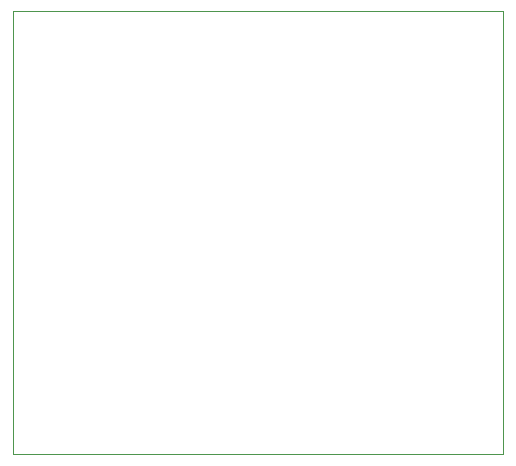
<source format=gbr>
G04 (created by PCBNEW (2013-07-07 BZR 4022)-stable) date 16.5.2014 14:16:54*
%MOIN*%
G04 Gerber Fmt 3.4, Leading zero omitted, Abs format*
%FSLAX34Y34*%
G01*
G70*
G90*
G04 APERTURE LIST*
%ADD10C,0.00590551*%
%ADD11C,0.00393701*%
G04 APERTURE END LIST*
G54D10*
G54D11*
X27755Y-15354D02*
X27755Y-30118D01*
X27755Y-15354D02*
X44094Y-15354D01*
X44094Y-15354D02*
X44094Y-30118D01*
X27755Y-30118D02*
X44094Y-30118D01*
X27756Y-30118D02*
G75*
G03X27756Y-30118I0J0D01*
G74*
G01*
X27754Y-30118D02*
X27756Y-30118D01*
X27755Y-30117D02*
X27755Y-30119D01*
M02*

</source>
